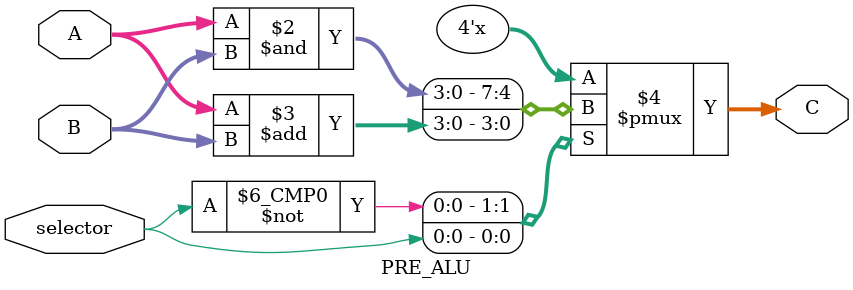
<source format=v>
`timescale 1ns/1ns

module PRE_ALU(
    input [3:0] A,
    input [3:0] B,
    input selector,        
    output reg [3:0] C  
);

always @(*)
begin
    case(selector)
        1'b0: C = A & B;  
        1'b1: C = A + B;  
    endcase
end

endmodule

</source>
